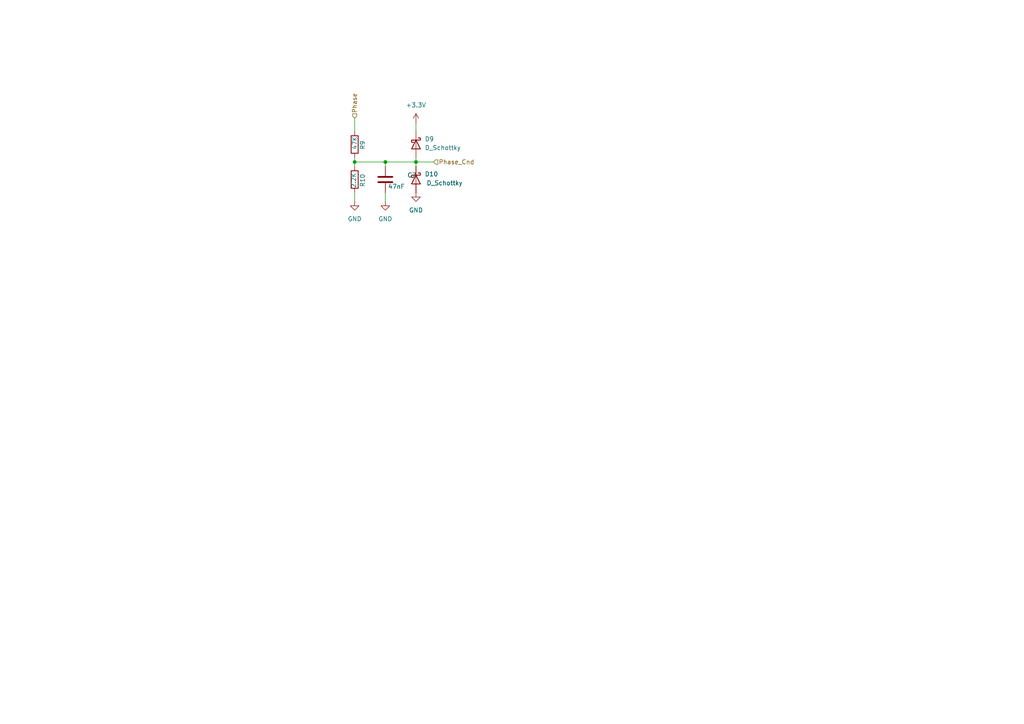
<source format=kicad_sch>
(kicad_sch (version 20250114) (generator "eeschema") (generator_version "9.0")
  (paper "A4")
  (lib_symbols
    (symbol "Device:C" (pin_numbers (hide yes)) (pin_names (offset 0.254))
      (property "Reference" "C" (at 0.635 2.54 0))
      (property "Value" "C" (at 0.635 -2.54 0))
      (symbol "C_0_1"
        (polyline (pts (xy -2.032 0.762) (xy 2.032 0.762)) (stroke (width 0.508)))
        (polyline (pts (xy -2.032 -0.762) (xy 2.032 -0.762)) (stroke (width 0.508)))
      )
      (symbol "C_1_1"
        (pin passive line (at 0 3.81 270) (length 2.794) (name "~") (number "1"))
        (pin passive line (at 0 -3.81 90) (length 2.794) (name "~") (number "2"))
      )
    )
    (symbol "Device:D_Schottky" (pin_numbers (hide yes)) (pin_names (offset 1.016) (hide yes))
      (property "Reference" "D" (at 0 2.54 0))
      (property "Value" "D_Schottky" (at 0 -2.54 0))
      (symbol "D_Schottky_0_1"
        (polyline (pts (xy -1.905 0.635) (xy -1.905 1.27) (xy -1.27 1.27) (xy -1.27 -1.27) (xy -0.635 -1.27) (xy -0.635 -0.635)) (stroke (width 0.254)))
        (polyline (pts (xy 1.27 1.27) (xy 1.27 -1.27) (xy -1.27 0) (xy 1.27 1.27)) (stroke (width 0.254)))
        (polyline (pts (xy 1.27 0) (xy -1.27 0)))
      )
      (symbol "D_Schottky_1_1"
        (pin passive line (at -3.81 0 0) (length 2.54) (name "K") (number "1"))
        (pin passive line (at 3.81 0 180) (length 2.54) (name "A") (number "2"))
      )
    )
    (symbol "Device:R" (pin_numbers (hide yes)) (pin_names (offset 0))
      (property "Reference" "R" (at 2.032 0 90))
      (property "Value" "R" (at 0 0 90))
      (symbol "R_0_1"
        (rectangle (start -1.016 -2.54) (end 1.016 2.54) (stroke (width 0.254)))
      )
      (symbol "R_1_1"
        (pin passive line (at 0 3.81 270) (length 1.27) (name "~") (number "1"))
        (pin passive line (at 0 -3.81 90) (length 1.27) (name "~") (number "2"))
      )
    )
    (symbol "power:+3.3V" (power) (pin_numbers (hide yes)) (pin_names (offset 0) (hide yes))
      (property "Value" "+3.3V" (at 0 3.556 0))
      (symbol "+3.3V_0_1"
        (polyline (pts (xy -0.762 1.27) (xy 0 2.54)))
        (polyline (pts (xy 0 2.54) (xy 0.762 1.27)))
        (polyline (pts (xy 0 0) (xy 0 2.54)))
      )
      (symbol "+3.3V_1_1"
        (pin power_in line (at 0 0 90) (length 0) (name "~") (number "1"))
      )
    )
    (symbol "power:GND" (power) (pin_numbers (hide yes)) (pin_names (offset 0) (hide yes))
      (property "Value" "GND" (at 0 -3.81 0))
      (symbol "GND_0_1"
        (polyline (pts (xy 0 0) (xy 0 -1.27) (xy 1.27 -1.27) (xy 0 -2.54) (xy -1.27 -1.27) (xy 0 -1.27)))
      )
      (symbol "GND_1_1"
        (pin power_in line (at 0 0 270) (length 0) (name "~") (number "1"))
      )
    )
  )
  (junction (at 111.76 46.99))
  (junction (at 120.65 46.99))
  (junction (at 102.87 46.99))
  (wire (pts (xy 102.87 34.29) (xy 102.87 38.1)))
  (wire (pts (xy 120.65 46.99) (xy 125.73 46.99)))
  (wire (pts (xy 111.76 55.88) (xy 111.76 58.42)))
  (wire (pts (xy 120.65 35.56) (xy 120.65 38.1)))
  (wire (pts (xy 102.87 55.88) (xy 102.87 58.42)))
  (wire (pts (xy 111.76 46.99) (xy 102.87 46.99)))
  (wire (pts (xy 120.65 46.99) (xy 120.65 48.26)))
  (wire (pts (xy 120.65 45.72) (xy 120.65 46.99)))
  (wire (pts (xy 111.76 48.26) (xy 111.76 46.99)))
  (wire (pts (xy 102.87 45.72) (xy 102.87 46.99)))
  (wire (pts (xy 111.76 46.99) (xy 120.65 46.99)))
  (wire (pts (xy 102.87 46.99) (xy 102.87 48.26)))
  (hierarchical_label "Phase_Cnd" (shape input) (at 125.73 46.99 0))
  (hierarchical_label "Phase" (shape input) (at 102.87 34.29 90))
  (symbol (lib_id "power:GND") (at 111.76 58.42 0) (unit 1)
    (property "Reference" "#PWR039" (effects (hide yes)))
    (property "Value" "GND" (at 111.76 63.5 0))
    (property "Description" "Power symbol creates a global label with name \"GND\" , ground" (effects (hide yes)))
    (instances (project "ControllerInterface" (path "" (reference "#PWR039") (unit 1)) (path "" (reference "#PWR057") (unit 1)) (path "" (reference "#PWR053") (unit 1))))
  )
  (symbol (lib_id "power:+3.3V") (at 120.65 35.56 0) (unit 1)
    (property "Reference" "#PWR040" (effects (hide yes)))
    (property "Value" "+3.3V" (at 120.65 30.48 0))
    (property "Description" "Power symbol creates a global label with name \"+3.3V\"" (effects (hide yes)))
    (instances (project "ControllerInterface" (path "" (reference "#PWR040") (unit 1)) (path "" (reference "#PWR058") (unit 1)) (path "" (reference "#PWR054") (unit 1))))
  )
  (symbol (lib_id "Device:R") (at 102.87 52.07 0) (unit 1)
    (property "Reference" "R10" (at 105.156 52.324 90))
    (property "Value" "2.2K" (at 102.616 52.324 90))
    (property "Footprint" "Resistor_SMD:R_1206_3216Metric" (effects (hide yes)))
    (property "Description" "Resistor" (effects (hide yes)))
    (instances (project "ControllerInterface" (path "" (reference "R10") (unit 1)) (path "" (reference "R22") (unit 1)) (path "" (reference "R20") (unit 1))))
  )
  (symbol (lib_id "Device:D_Schottky") (at 120.65 52.07 270) (unit 1)
    (property "Reference" "D10" (at 123.19 50.4824 90) (effects (justify left)))
    (property "Value" "D_Schottky" (at 123.698 53.086 90) (effects (justify left)))
    (property "Footprint" "Diode_SMD:D_SOD-123" (effects (hide yes)))
    (property "Description" "Schottky diode" (effects (hide yes)))
    (property "LCSC Part" "C181204" (effects (hide yes)))
    (instances (project "ControllerInterface" (path "" (reference "D10") (unit 1)) (path "" (reference "D20") (unit 1)) (path "" (reference "D18") (unit 1))))
  )
  (symbol (lib_id "Device:D_Schottky") (at 120.65 41.91 270) (unit 1)
    (property "Reference" "D9" (at 123.19 40.3224 90) (effects (justify left)))
    (property "Value" "D_Schottky" (at 123.19 42.8624 90) (effects (justify left)))
    (property "Footprint" "Diode_SMD:D_SOD-123" (effects (hide yes)))
    (property "Description" "Schottky diode" (effects (hide yes)))
    (property "LCSC Part" "C181204" (effects (hide yes)))
    (instances (project "ControllerInterface" (path "" (reference "D9") (unit 1)) (path "" (reference "D19") (unit 1)) (path "" (reference "D17") (unit 1))))
  )
  (symbol (lib_id "power:GND") (at 102.87 58.42 0) (unit 1)
    (property "Reference" "#PWR038" (effects (hide yes)))
    (property "Value" "GND" (at 102.87 63.5 0))
    (property "Description" "Power symbol creates a global label with name \"GND\" , ground" (effects (hide yes)))
    (instances (project "ControllerInterface" (path "" (reference "#PWR038") (unit 1)) (path "" (reference "#PWR056") (unit 1)) (path "" (reference "#PWR052") (unit 1))))
  )
  (symbol (lib_id "Device:C") (at 111.76 52.07 0) (unit 1)
    (property "Reference" "C7" (at 118.11 50.7999 0) (effects (justify left)))
    (property "Value" "47nF" (at 112.522 54.102 0) (effects (justify left)))
    (property "Footprint" "Capacitor_SMD:C_1206_3216Metric" (effects (hide yes)))
    (property "Description" "Unpolarized capacitor" (effects (hide yes)))
    (instances (project "ControllerInterface" (path "" (reference "C7") (unit 1)) (path "" (reference "C11") (unit 1)) (path "" (reference "C10") (unit 1))))
  )
  (symbol (lib_id "power:GND") (at 120.65 55.88 0) (unit 1)
    (property "Reference" "#PWR041" (effects (hide yes)))
    (property "Value" "GND" (at 120.65 60.96 0))
    (property "Description" "Power symbol creates a global label with name \"GND\" , ground" (effects (hide yes)))
    (instances (project "ControllerInterface" (path "" (reference "#PWR041") (unit 1)) (path "" (reference "#PWR059") (unit 1)) (path "" (reference "#PWR055") (unit 1))))
  )
  (symbol (lib_id "Device:R") (at 102.87 41.91 180) (unit 1)
    (property "Reference" "R9" (at 105.156 43.434 90) (effects (justify right)))
    (property "Value" "47K" (at 102.87 43.434 90) (effects (justify right)))
    (property "Footprint" "Resistor_SMD:R_1206_3216Metric" (effects (hide yes)))
    (property "Description" "Resistor" (effects (hide yes)))
    (instances (project "ControllerInterface" (path "" (reference "R9") (unit 1)) (path "" (reference "R21") (unit 1)) (path "" (reference "R19") (unit 1))))
  )
)
</source>
